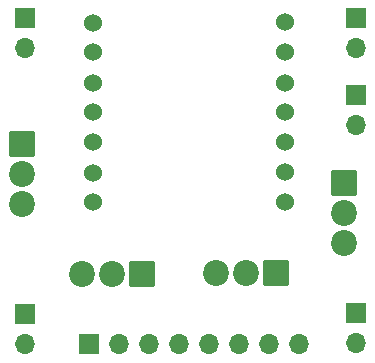
<source format=gbr>
%TF.GenerationSoftware,KiCad,Pcbnew,7.0.10-7.0.10~ubuntu22.04.1*%
%TF.CreationDate,2024-04-18T16:44:08+05:30*%
%TF.ProjectId,EspXiao-FC,45737058-6961-46f2-9d46-432e6b696361,rev?*%
%TF.SameCoordinates,Original*%
%TF.FileFunction,Soldermask,Bot*%
%TF.FilePolarity,Negative*%
%FSLAX46Y46*%
G04 Gerber Fmt 4.6, Leading zero omitted, Abs format (unit mm)*
G04 Created by KiCad (PCBNEW 7.0.10-7.0.10~ubuntu22.04.1) date 2024-04-18 16:44:08*
%MOMM*%
%LPD*%
G01*
G04 APERTURE LIST*
G04 Aperture macros list*
%AMRoundRect*
0 Rectangle with rounded corners*
0 $1 Rounding radius*
0 $2 $3 $4 $5 $6 $7 $8 $9 X,Y pos of 4 corners*
0 Add a 4 corners polygon primitive as box body*
4,1,4,$2,$3,$4,$5,$6,$7,$8,$9,$2,$3,0*
0 Add four circle primitives for the rounded corners*
1,1,$1+$1,$2,$3*
1,1,$1+$1,$4,$5*
1,1,$1+$1,$6,$7*
1,1,$1+$1,$8,$9*
0 Add four rect primitives between the rounded corners*
20,1,$1+$1,$2,$3,$4,$5,0*
20,1,$1+$1,$4,$5,$6,$7,0*
20,1,$1+$1,$6,$7,$8,$9,0*
20,1,$1+$1,$8,$9,$2,$3,0*%
G04 Aperture macros list end*
%ADD10R,1.700000X1.700000*%
%ADD11O,1.700000X1.700000*%
%ADD12RoundRect,0.102000X0.997500X0.997500X-0.997500X0.997500X-0.997500X-0.997500X0.997500X-0.997500X0*%
%ADD13C,2.199000*%
%ADD14RoundRect,0.102000X-0.997500X0.997500X-0.997500X-0.997500X0.997500X-0.997500X0.997500X0.997500X0*%
%ADD15C,1.524000*%
G04 APERTURE END LIST*
D10*
%TO.C,J3*%
X131750000Y-72610000D03*
D11*
X131750000Y-75150000D03*
%TD*%
D10*
%TO.C,J2*%
X159750000Y-97560000D03*
D11*
X159750000Y-100100000D03*
%TD*%
D12*
%TO.C,Q2*%
X153000000Y-94200000D03*
D13*
X150460000Y-94200000D03*
X147920000Y-94200000D03*
%TD*%
D10*
%TO.C,J6*%
X159700000Y-72610000D03*
D11*
X159700000Y-75150000D03*
%TD*%
D14*
%TO.C,Q3*%
X131450000Y-83200000D03*
D13*
X131450000Y-85740000D03*
X131450000Y-88280000D03*
%TD*%
D10*
%TO.C,J4*%
X131750000Y-97660000D03*
D11*
X131750000Y-100200000D03*
%TD*%
D15*
%TO.C,U1*%
X137484000Y-72969250D03*
X137484000Y-75469250D03*
X137484000Y-78069250D03*
X137484000Y-80569250D03*
X137484000Y-83069250D03*
X137484000Y-85669250D03*
X137484000Y-88169250D03*
X153684000Y-88149250D03*
X153684000Y-85649250D03*
X153684000Y-83049250D03*
X153684000Y-80549250D03*
X153684000Y-78049250D03*
X153684000Y-75449250D03*
X153684000Y-72949250D03*
%TD*%
D14*
%TO.C,Q4*%
X158700000Y-86520000D03*
D13*
X158700000Y-89060000D03*
X158700000Y-91600000D03*
%TD*%
D10*
%TO.C,J5*%
X159700000Y-79125000D03*
D11*
X159700000Y-81665000D03*
%TD*%
D12*
%TO.C,Q1*%
X141652500Y-94230000D03*
D13*
X139112500Y-94230000D03*
X136572500Y-94230000D03*
%TD*%
D10*
%TO.C,J1*%
X137090000Y-100150000D03*
D11*
X139630000Y-100150000D03*
X142170000Y-100150000D03*
X144710000Y-100150000D03*
X147250000Y-100150000D03*
X149790000Y-100150000D03*
X152330000Y-100150000D03*
X154870000Y-100150000D03*
%TD*%
M02*

</source>
